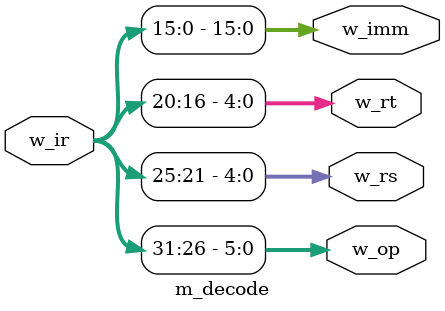
<source format=v>
/**************************************************************************/
/* code022.v                          For CSC.T341 CLD Archlab TOKYO TECH */
/**************************************************************************/
module m_top ();
  reg  [31:0] r_ir = 32'h1464fffe;
  wire [5:0]  w_op;
  wire [4:0]  w_rs;
  wire [4:0]  w_rt;
  wire [15:0] w_imm;
  initial begin
    #1 $display(" %x -> %x %x %x %x", r_ir, w_op, w_rs, w_rt, w_imm);
    $display(" %b -> ", r_ir);
    $display(" %b %b %b %b", w_op, w_rs, w_rt, w_imm);
  end
  m_decode m_decode0 (r_ir, w_op, w_rs, w_rt, w_imm);
endmodule

module m_decode (w_ir, w_op, w_rs, w_rt, w_imm);
  input  wire [31:0] w_ir;
  output wire [5:0]  w_op;
  output wire [4:0]  w_rs;
  output wire [4:0]  w_rt;
  output wire [15:0] w_imm;
  assign w_op  = w_ir[31:26];
  assign w_rs  = w_ir[25:21];
  assign w_rt  = w_ir[20:16];
  assign w_imm = w_ir[15:0];
endmodule


</source>
